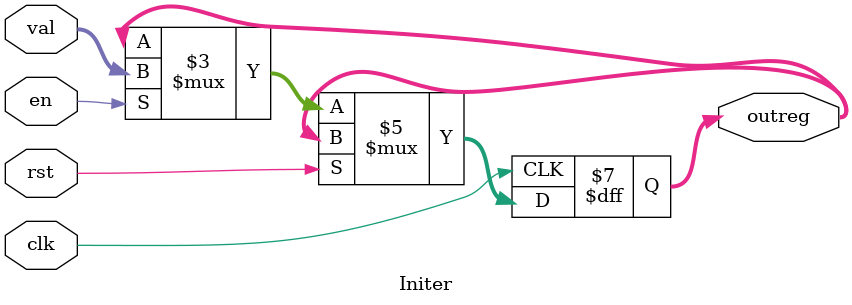
<source format=v>
`timescale 1ns/1ns
module Initer (
    clk,
    rst,
    val,
    en,
    outreg
);
    parameter size = 3;
    
    input clk, rst;
    input en;
    input [size-1:0]val;

    output reg [size-1:0]outreg;

    always @(posedge clk, posedge rst) begin
        if(rst)
            outputData = {size{1'b0}};
        
        else if (en)
            outreg = val;
    end

endmodule
</source>
